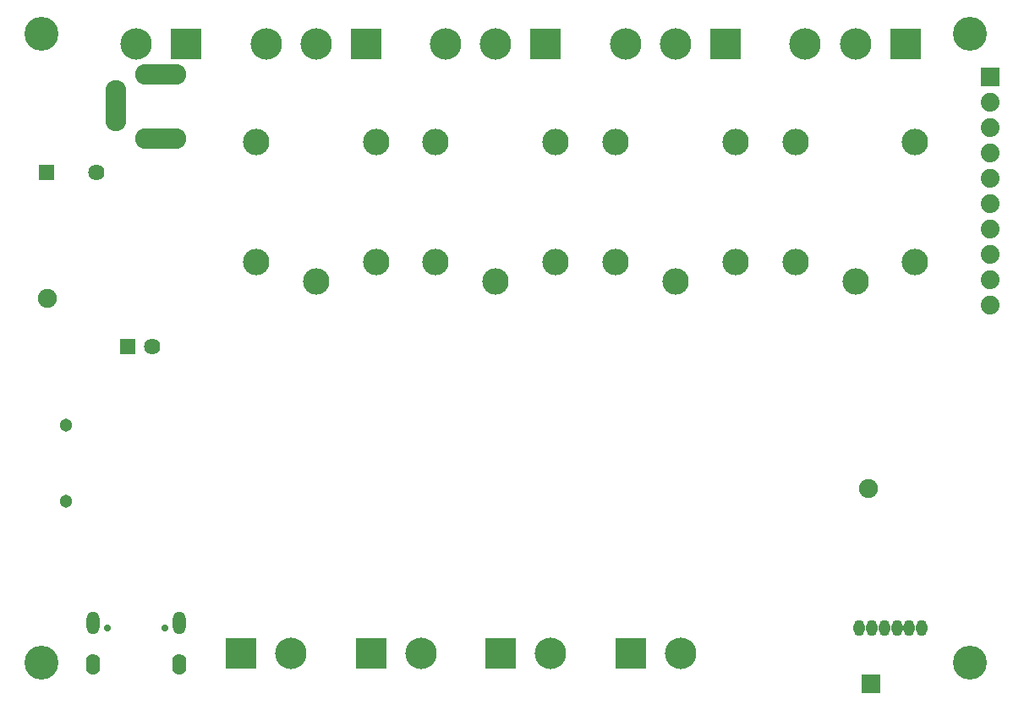
<source format=gbr>
G04 #@! TF.GenerationSoftware,KiCad,Pcbnew,5.1.0-rc2-unknown-036be7d~80~ubuntu16.04.1*
G04 #@! TF.CreationDate,2023-03-31T11:14:17+03:00*
G04 #@! TF.ProjectId,ESP32-C6-EVB_Rev_A,45535033-322d-4433-962d-4556425f5265,A*
G04 #@! TF.SameCoordinates,Original*
G04 #@! TF.FileFunction,Soldermask,Bot*
G04 #@! TF.FilePolarity,Negative*
%FSLAX46Y46*%
G04 Gerber Fmt 4.6, Leading zero omitted, Abs format (unit mm)*
G04 Created by KiCad (PCBNEW 5.1.0-rc2-unknown-036be7d~80~ubuntu16.04.1) date 2023-03-31 11:14:17*
%MOMM*%
%LPD*%
G04 APERTURE LIST*
%ADD10C,1.901600*%
%ADD11C,2.641600*%
%ADD12R,3.149600X3.149600*%
%ADD13C,3.149600*%
%ADD14O,2.101600X5.101600*%
%ADD15O,5.101600X2.101600*%
%ADD16O,1.101600X1.601600*%
%ADD17R,1.879600X1.879600*%
%ADD18C,1.625600*%
%ADD19R,1.625600X1.625600*%
%ADD20C,1.879600*%
%ADD21C,3.401601*%
%ADD22C,1.301600*%
%ADD23O,1.301600X2.301600*%
%ADD24C,0.701600*%
%ADD25O,1.401600X2.101600*%
G04 APERTURE END LIST*
D10*
X176290000Y-104000000D03*
D11*
X121000000Y-83300000D03*
X127000000Y-69300000D03*
X115000000Y-69300000D03*
X115000000Y-81300000D03*
X127000000Y-81300000D03*
X139000000Y-83300000D03*
X145000000Y-69300000D03*
X133000000Y-69300000D03*
X133000000Y-81300000D03*
X145000000Y-81300000D03*
X157000000Y-83300000D03*
X163000000Y-69300000D03*
X151000000Y-69300000D03*
X151000000Y-81300000D03*
X163000000Y-81300000D03*
X175000000Y-83300000D03*
X181000000Y-69300000D03*
X169000000Y-69300000D03*
X169000000Y-81300000D03*
X181000000Y-81300000D03*
D12*
X108000000Y-59500000D03*
D13*
X103000000Y-59500000D03*
D14*
X100975000Y-65700000D03*
D15*
X105425000Y-62500000D03*
X105425000Y-69000000D03*
D16*
X175407000Y-117983000D03*
X176657000Y-117983000D03*
X177907000Y-117983000D03*
X179157000Y-117983000D03*
X180407000Y-117983000D03*
X181657000Y-117983000D03*
D17*
X176530000Y-123571000D03*
D18*
X99020000Y-72390000D03*
D19*
X94020000Y-72390000D03*
D18*
X104628000Y-89789000D03*
D19*
X102128000Y-89789000D03*
D13*
X121000000Y-59500000D03*
D12*
X126000000Y-59500000D03*
D13*
X116000000Y-59500000D03*
X139000000Y-59500000D03*
D12*
X144000000Y-59500000D03*
D13*
X134000000Y-59500000D03*
X152000000Y-59500000D03*
D12*
X162000000Y-59500000D03*
D13*
X157000000Y-59500000D03*
X170000000Y-59500000D03*
D12*
X180000000Y-59500000D03*
D13*
X175000000Y-59500000D03*
D20*
X188500000Y-85680000D03*
X188500000Y-83140000D03*
X188500000Y-78060000D03*
X188500000Y-80600000D03*
X188500000Y-75520000D03*
X188500000Y-72980000D03*
D17*
X188500000Y-62820000D03*
D20*
X188500000Y-65360000D03*
X188500000Y-67900000D03*
X188500000Y-70440000D03*
D13*
X118500000Y-120500000D03*
D12*
X113500000Y-120500000D03*
X126500000Y-120500000D03*
D13*
X131500000Y-120500000D03*
D12*
X139500000Y-120500000D03*
D13*
X144500000Y-120500000D03*
X157500000Y-120500000D03*
D12*
X152500000Y-120500000D03*
D21*
X93500000Y-121500000D03*
X93500000Y-58500000D03*
X186500000Y-58500000D03*
X186500000Y-121500000D03*
D10*
X94107000Y-84963000D03*
D22*
X96000000Y-105310000D03*
X96000000Y-97690000D03*
D23*
X98680000Y-117470000D03*
D24*
X100110000Y-117970000D03*
D25*
X98680000Y-121650000D03*
X107320000Y-121650000D03*
D23*
X107320000Y-117470000D03*
D24*
X105890000Y-117970000D03*
M02*

</source>
